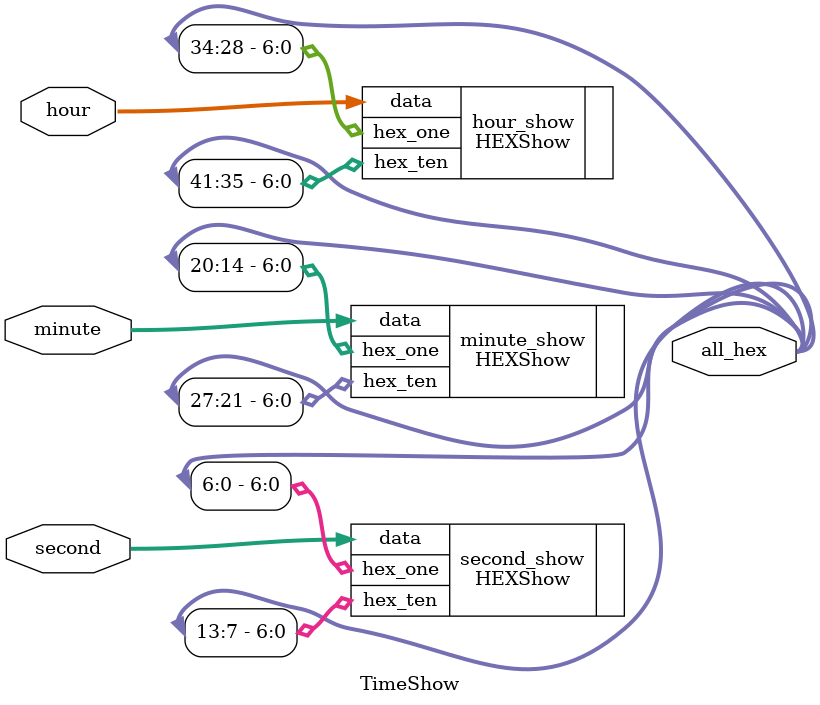
<source format=v>
/*
 * 该模块如名字所示，用于显示时间在HEX七段数码管上
 * 通过调用HEXShow来完成部分的显示
 * 目前没有打算有使能端进行控制
 */


module TimeShow(
	input [5:0] hour,
	input [5:0] minute,
	input [5:0] second,

	output [41:0] all_hex
	);

	HEXShow second_show(
		.data(second),
		.hex_one(all_hex[6:0]),
		.hex_ten(all_hex[13:7])
	);

	HEXShow minute_show(
		.data(minute),
		.hex_one(all_hex[20:14]),
		.hex_ten(all_hex[27:21])
	);

	HEXShow hour_show(
		.data(hour),
		.hex_one(all_hex[34:28]),
		.hex_ten(all_hex[41:35])
	);
	
	
endmodule

</source>
